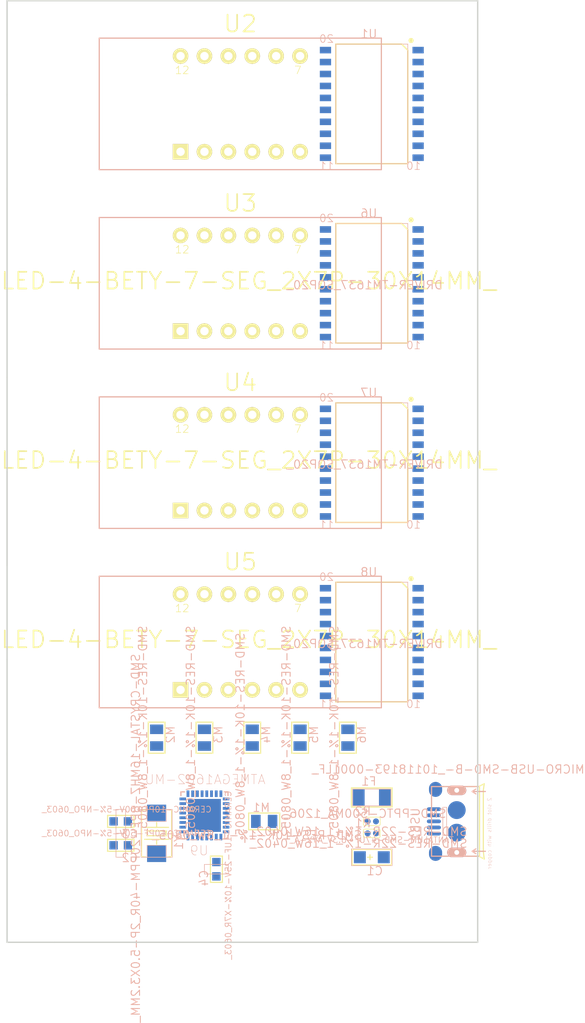
<source format=kicad_pcb>
(kicad_pcb (version 4) (host pcbnew 4.0.3-stable)

  (general
    (links 99)
    (no_connects 99)
    (area 119.924999 49.924999 170.075001 150.075001)
    (thickness 1.6)
    (drawings 13)
    (tracks 0)
    (zones 0)
    (modules 24)
    (nets 102)
  )

  (page A4)
  (layers
    (0 F.Cu signal)
    (31 B.Cu signal)
    (32 B.Adhes user)
    (33 F.Adhes user)
    (34 B.Paste user)
    (35 F.Paste user)
    (36 B.SilkS user)
    (37 F.SilkS user)
    (38 B.Mask user)
    (39 F.Mask user)
    (40 Dwgs.User user)
    (41 Cmts.User user)
    (42 Eco1.User user)
    (43 Eco2.User user)
    (44 Edge.Cuts user)
    (45 Margin user)
    (46 B.CrtYd user)
    (47 F.CrtYd user)
    (48 B.Fab user)
    (49 F.Fab user)
  )

  (setup
    (last_trace_width 0.25)
    (trace_clearance 0.2)
    (zone_clearance 0.508)
    (zone_45_only no)
    (trace_min 0.2)
    (segment_width 0.2)
    (edge_width 0.15)
    (via_size 0.6)
    (via_drill 0.4)
    (via_min_size 0.4)
    (via_min_drill 0.3)
    (uvia_size 0.3)
    (uvia_drill 0.1)
    (uvias_allowed no)
    (uvia_min_size 0.2)
    (uvia_min_drill 0.1)
    (pcb_text_width 0.3)
    (pcb_text_size 1.5 1.5)
    (mod_edge_width 0.15)
    (mod_text_size 1 1)
    (mod_text_width 0.15)
    (pad_size 1.524 1.524)
    (pad_drill 0.762)
    (pad_to_mask_clearance 0.2)
    (aux_axis_origin 0 0)
    (visible_elements 7FFFF7FF)
    (pcbplotparams
      (layerselection 0x00030_80000001)
      (usegerberextensions false)
      (excludeedgelayer true)
      (linewidth 0.100000)
      (plotframeref false)
      (viasonmask false)
      (mode 1)
      (useauxorigin false)
      (hpglpennumber 1)
      (hpglpenspeed 20)
      (hpglpendiameter 15)
      (hpglpenoverlay 2)
      (psnegative false)
      (psa4output false)
      (plotreference true)
      (plotvalue true)
      (plotinvisibletext false)
      (padsonsilk false)
      (subtractmaskfromsilk false)
      (outputformat 1)
      (mirror false)
      (drillshape 1)
      (scaleselection 1)
      (outputdirectory ""))
  )

  (net 0 "")
  (net 1 "Net-(U1-Pad11)")
  (net 2 VCC)
  (net 3 GND)
  (net 4 "Net-(C2-Pad2)")
  (net 5 "Net-(C3-Pad2)")
  (net 6 "Net-(F1-Pad1)")
  (net 7 CLK)
  (net 8 DATA1)
  (net 9 DATA2)
  (net 10 DATA3)
  (net 11 DATA4)
  (net 12 D+)
  (net 13 D-)
  (net 14 A1)
  (net 15 B1)
  (net 16 C1)
  (net 17 D1)
  (net 18 E1)
  (net 19 F1)
  (net 20 G1)
  (net 21 DP1)
  (net 22 "Net-(U1-Pad10)")
  (net 23 GR41)
  (net 24 GR31)
  (net 25 GR21)
  (net 26 GR11)
  (net 27 "Net-(U1-Pad19)")
  (net 28 "Net-(U1-Pad20)")
  (net 29 E2)
  (net 30 D2)
  (net 31 DP2)
  (net 32 C2)
  (net 33 G2)
  (net 34 GR42)
  (net 35 B2)
  (net 36 GR32)
  (net 37 GR22)
  (net 38 F2)
  (net 39 A2)
  (net 40 GR12)
  (net 41 E3)
  (net 42 D3)
  (net 43 DP3)
  (net 44 C3)
  (net 45 G3)
  (net 46 GR43)
  (net 47 B3)
  (net 48 GR33)
  (net 49 GR23)
  (net 50 F3)
  (net 51 A3)
  (net 52 GR13)
  (net 53 E4)
  (net 54 D4)
  (net 55 DP4)
  (net 56 C4)
  (net 57 G4)
  (net 58 GR44)
  (net 59 B4)
  (net 60 GR34)
  (net 61 GR24)
  (net 62 F4)
  (net 63 A4)
  (net 64 GR14)
  (net 65 "Net-(U6-Pad10)")
  (net 66 "Net-(U6-Pad11)")
  (net 67 "Net-(U6-Pad19)")
  (net 68 "Net-(U6-Pad20)")
  (net 69 "Net-(U7-Pad10)")
  (net 70 "Net-(U7-Pad11)")
  (net 71 "Net-(U7-Pad19)")
  (net 72 "Net-(U7-Pad20)")
  (net 73 "Net-(U8-Pad10)")
  (net 74 "Net-(U8-Pad11)")
  (net 75 "Net-(U8-Pad19)")
  (net 76 "Net-(U8-Pad20)")
  (net 77 "Net-(USB1-Pad4)")
  (net 78 "Net-(USB1-PadS1)")
  (net 79 "Net-(USB1-PadS2)")
  (net 80 "Net-(USB1-PadS3)")
  (net 81 "Net-(USB1-PadS5)")
  (net 82 "Net-(U9-Pad5)")
  (net 83 "Net-(U9-Pad11)")
  (net 84 "Net-(U9-Pad12)")
  (net 85 "Net-(U9-Pad13)")
  (net 86 "Net-(U9-Pad22)")
  (net 87 "Net-(U9-Pad23)")
  (net 88 "Net-(U9-Pad25)")
  (net 89 "Net-(U9-Pad26)")
  (net 90 "Net-(C4-Pad1)")
  (net 91 RESET)
  (net 92 "Net-(R1-Pad2)")
  (net 93 "Net-(R2-Pad2)")
  (net 94 "Net-(P1-Pad~)")
  (net 95 SCK)
  (net 96 MOSI)
  (net 97 MISO)
  (net 98 "Net-(P3-Pad~)")
  (net 99 "Net-(P5-Pad~)")
  (net 100 "Net-(P4-Pad~)")
  (net 101 "Net-(P6-Pad~)")

  (net_class Default "This is the default net class."
    (clearance 0.2)
    (trace_width 0.25)
    (via_dia 0.6)
    (via_drill 0.4)
    (uvia_dia 0.3)
    (uvia_drill 0.1)
    (add_net A1)
    (add_net A2)
    (add_net A3)
    (add_net A4)
    (add_net B1)
    (add_net B2)
    (add_net B3)
    (add_net B4)
    (add_net C1)
    (add_net C2)
    (add_net C3)
    (add_net C4)
    (add_net CLK)
    (add_net D+)
    (add_net D-)
    (add_net D1)
    (add_net D2)
    (add_net D3)
    (add_net D4)
    (add_net DATA1)
    (add_net DATA2)
    (add_net DATA3)
    (add_net DATA4)
    (add_net DP1)
    (add_net DP2)
    (add_net DP3)
    (add_net DP4)
    (add_net E1)
    (add_net E2)
    (add_net E3)
    (add_net E4)
    (add_net F1)
    (add_net F2)
    (add_net F3)
    (add_net F4)
    (add_net G1)
    (add_net G2)
    (add_net G3)
    (add_net G4)
    (add_net GND)
    (add_net GR11)
    (add_net GR12)
    (add_net GR13)
    (add_net GR14)
    (add_net GR21)
    (add_net GR22)
    (add_net GR23)
    (add_net GR24)
    (add_net GR31)
    (add_net GR32)
    (add_net GR33)
    (add_net GR34)
    (add_net GR41)
    (add_net GR42)
    (add_net GR43)
    (add_net GR44)
    (add_net MISO)
    (add_net MOSI)
    (add_net "Net-(C2-Pad2)")
    (add_net "Net-(C3-Pad2)")
    (add_net "Net-(C4-Pad1)")
    (add_net "Net-(F1-Pad1)")
    (add_net "Net-(P1-Pad~)")
    (add_net "Net-(P3-Pad~)")
    (add_net "Net-(P4-Pad~)")
    (add_net "Net-(P5-Pad~)")
    (add_net "Net-(P6-Pad~)")
    (add_net "Net-(R1-Pad2)")
    (add_net "Net-(R2-Pad2)")
    (add_net "Net-(U1-Pad10)")
    (add_net "Net-(U1-Pad11)")
    (add_net "Net-(U1-Pad19)")
    (add_net "Net-(U1-Pad20)")
    (add_net "Net-(U6-Pad10)")
    (add_net "Net-(U6-Pad11)")
    (add_net "Net-(U6-Pad19)")
    (add_net "Net-(U6-Pad20)")
    (add_net "Net-(U7-Pad10)")
    (add_net "Net-(U7-Pad11)")
    (add_net "Net-(U7-Pad19)")
    (add_net "Net-(U7-Pad20)")
    (add_net "Net-(U8-Pad10)")
    (add_net "Net-(U8-Pad11)")
    (add_net "Net-(U8-Pad19)")
    (add_net "Net-(U8-Pad20)")
    (add_net "Net-(U9-Pad11)")
    (add_net "Net-(U9-Pad12)")
    (add_net "Net-(U9-Pad13)")
    (add_net "Net-(U9-Pad22)")
    (add_net "Net-(U9-Pad23)")
    (add_net "Net-(U9-Pad25)")
    (add_net "Net-(U9-Pad26)")
    (add_net "Net-(U9-Pad5)")
    (add_net "Net-(USB1-Pad4)")
    (add_net "Net-(USB1-PadS1)")
    (add_net "Net-(USB1-PadS2)")
    (add_net "Net-(USB1-PadS3)")
    (add_net "Net-(USB1-PadS5)")
    (add_net RESET)
    (add_net SCK)
    (add_net VCC)
  )

  (module SOP20-1.27-12.7X7.65MM (layer B.Cu) (tedit 57A87F5D) (tstamp 57A75E58)
    (at 158.75 60.96 270)
    (path /57A746BE)
    (attr smd)
    (fp_text reference U1 (at -7.4295 0.3175 540) (layer B.SilkS)
      (effects (font (size 0.889 0.889) (thickness 0.1016)) (justify mirror))
    )
    (fp_text value DRIVER-TM1637_SOP20_ (at 0.1905 0.762 360) (layer B.SilkS) hide
      (effects (font (size 0.889 0.889) (thickness 0.1016)) (justify mirror))
    )
    (fp_line (start -6.35 -3.8227) (end 6.35 -3.8227) (layer B.SilkS) (width 0.06604))
    (fp_line (start 6.35 -3.8227) (end 6.35 3.8227) (layer B.SilkS) (width 0.06604))
    (fp_line (start -6.35 3.8227) (end 6.35 3.8227) (layer B.SilkS) (width 0.06604))
    (fp_line (start -6.35 -3.8227) (end -6.35 3.8227) (layer B.SilkS) (width 0.06604))
    (fp_line (start -6.35 3.8227) (end -6.35 -3.175) (layer F.SilkS) (width 0.1524))
    (fp_line (start -6.35 -3.175) (end -5.69976 -3.8227) (layer F.SilkS) (width 0.1524))
    (fp_line (start -5.69976 -3.8227) (end 6.35 -3.8227) (layer F.SilkS) (width 0.1524))
    (fp_line (start 6.35 -3.8227) (end 6.35 3.8227) (layer F.SilkS) (width 0.1524))
    (fp_line (start 6.35 3.8227) (end -6.35 3.8227) (layer F.SilkS) (width 0.1524))
    (fp_circle (center -6.73354 -4.17322) (end -6.92404 -4.36372) (layer F.SilkS) (width 0))
    (fp_text user 20 (at -6.90626 4.81076 540) (layer B.SilkS)
      (effects (font (size 0.8128 0.8128) (thickness 0.0762)) (justify mirror))
    )
    (fp_text user 11 (at 6.5913 4.81076 540) (layer B.SilkS)
      (effects (font (size 0.8128 0.8128) (thickness 0.0762)) (justify mirror))
    )
    (fp_text user 10 (at 6.5913 -4.43484 540) (layer B.SilkS)
      (effects (font (size 0.8128 0.8128) (thickness 0.0762)) (justify mirror))
    )
    (pad 1 smd rect (at -5.715 -4.92252 270) (size 0.6985 1.19888) (layers B.Cu B.Paste B.Mask)
      (net 3 GND))
    (pad 2 smd rect (at -4.445 -4.92252 270) (size 0.6985 1.19888) (layers B.Cu B.Paste B.Mask)
      (net 14 A1))
    (pad 3 smd rect (at -3.175 -4.92252 270) (size 0.6985 1.19888) (layers B.Cu B.Paste B.Mask)
      (net 15 B1))
    (pad 4 smd rect (at -1.905 -4.92252 270) (size 0.6985 1.19888) (layers B.Cu B.Paste B.Mask)
      (net 16 C1))
    (pad 5 smd rect (at -0.635 -4.92252 270) (size 0.6985 1.19888) (layers B.Cu B.Paste B.Mask)
      (net 17 D1))
    (pad 6 smd rect (at 0.635 -4.92252 270) (size 0.6985 1.19888) (layers B.Cu B.Paste B.Mask)
      (net 18 E1))
    (pad 7 smd rect (at 1.905 -4.92252 270) (size 0.6985 1.19888) (layers B.Cu B.Paste B.Mask)
      (net 19 F1))
    (pad 8 smd rect (at 3.175 -4.92252 270) (size 0.6985 1.19888) (layers B.Cu B.Paste B.Mask)
      (net 20 G1))
    (pad 9 smd rect (at 4.445 -4.92252 270) (size 0.6985 1.19888) (layers B.Cu B.Paste B.Mask)
      (net 21 DP1))
    (pad 10 smd rect (at 5.715 -4.92252 270) (size 0.6985 1.19888) (layers B.Cu B.Paste B.Mask)
      (net 22 "Net-(U1-Pad10)"))
    (pad 11 smd rect (at 5.715 4.92252 270) (size 0.6985 1.19888) (layers B.Cu B.Paste B.Mask)
      (net 1 "Net-(U1-Pad11)"))
    (pad 12 smd rect (at 4.445 4.92252 270) (size 0.6985 1.19888) (layers B.Cu B.Paste B.Mask)
      (net 23 GR41))
    (pad 13 smd rect (at 3.175 4.92252 270) (size 0.6985 1.19888) (layers B.Cu B.Paste B.Mask)
      (net 24 GR31))
    (pad 14 smd rect (at 1.905 4.92252 270) (size 0.6985 1.19888) (layers B.Cu B.Paste B.Mask)
      (net 25 GR21))
    (pad 15 smd rect (at 0.635 4.92252 270) (size 0.6985 1.19888) (layers B.Cu B.Paste B.Mask)
      (net 26 GR11))
    (pad 16 smd rect (at -0.635 4.92252 270) (size 0.6985 1.19888) (layers B.Cu B.Paste B.Mask)
      (net 2 VCC))
    (pad 17 smd rect (at -1.905 4.92252 270) (size 0.6985 1.19888) (layers B.Cu B.Paste B.Mask)
      (net 8 DATA1))
    (pad 18 smd rect (at -3.175 4.92252 270) (size 0.6985 1.19888) (layers B.Cu B.Paste B.Mask)
      (net 7 CLK))
    (pad 19 smd rect (at -4.445 4.92252 270) (size 0.6985 1.19888) (layers B.Cu B.Paste B.Mask)
      (net 27 "Net-(U1-Pad19)"))
    (pad 20 smd rect (at -5.715 4.92252 270) (size 0.6985 1.19888) (layers B.Cu B.Paste B.Mask)
      (net 28 "Net-(U1-Pad20)"))
  )

  (module AVX-A (layer B.Cu) (tedit 200000) (tstamp 57A84AA1)
    (at 158.75 140.97)
    (path /57A75B0B)
    (attr smd)
    (fp_text reference C1 (at 0.3175 1.4605) (layer B.SilkS)
      (effects (font (size 0.889 0.889) (thickness 0.1016)) (justify mirror))
    )
    (fp_text value TANTALUM-SMD-47UF-6.3V_AVX-A_ (at 0 -1.8415) (layer B.SilkS)
      (effects (font (size 0.635 0.635) (thickness 0.0762)) (justify mirror))
    )
    (fp_line (start -2.159 -0.889) (end 2.159 -0.889) (layer B.SilkS) (width 0.06604))
    (fp_line (start 2.159 -0.889) (end 2.159 0.889) (layer B.SilkS) (width 0.06604))
    (fp_line (start -2.159 0.889) (end 2.159 0.889) (layer B.SilkS) (width 0.06604))
    (fp_line (start -2.159 -0.889) (end -2.159 0.889) (layer B.SilkS) (width 0.06604))
    (fp_line (start -2.0955 0.8255) (end 2.0955 0.8255) (layer F.SilkS) (width 0.127))
    (fp_line (start 2.0955 0.8255) (end 2.0955 -0.8255) (layer F.SilkS) (width 0.127))
    (fp_line (start 2.0955 -0.8255) (end -2.0955 -0.8255) (layer F.SilkS) (width 0.127))
    (fp_line (start -2.0955 -0.8255) (end -2.0955 0.8255) (layer F.SilkS) (width 0.127))
    (fp_line (start -0.4445 0) (end 0.0635 0) (layer F.SilkS) (width 0.127))
    (fp_line (start -0.1905 -0.254) (end -0.1905 0.254) (layer F.SilkS) (width 0.127))
    (pad + smd rect (at -1.27 0) (size 1.27 1.27) (layers B.Cu B.Paste B.Mask)
      (net 2 VCC))
    (pad - smd rect (at 1.27 0 180) (size 1.27 1.27) (layers B.Cu B.Paste B.Mask)
      (net 3 GND))
  )

  (module C0603 (layer B.Cu) (tedit 200000) (tstamp 57A84AA7)
    (at 132.08 139.7 270)
    (descr 0603)
    (tags 0603)
    (path /57A79E61)
    (attr smd)
    (fp_text reference C2 (at 1.3335 -0.9525 360) (layer B.SilkS)
      (effects (font (size 0.889 0.889) (thickness 0.1016)) (justify mirror))
    )
    (fp_text value CERAMIC-10PF-50V-5%-NPO_0603_ (at -1.27 -0.635 360) (layer B.SilkS)
      (effects (font (size 0.635 0.635) (thickness 0.0762)) (justify mirror))
    )
    (fp_line (start -1.27 -0.508) (end 1.27 -0.508) (layer B.SilkS) (width 0.06604))
    (fp_line (start 1.27 -0.508) (end 1.27 0.508) (layer B.SilkS) (width 0.06604))
    (fp_line (start -1.27 0.508) (end 1.27 0.508) (layer B.SilkS) (width 0.06604))
    (fp_line (start -1.27 -0.508) (end -1.27 0.508) (layer B.SilkS) (width 0.06604))
    (fp_line (start 0.635 1.397) (end 0.635 -1.397) (layer F.SilkS) (width 0.127))
    (fp_line (start 0.635 -1.397) (end -0.635 -1.397) (layer F.SilkS) (width 0.127))
    (fp_line (start -0.635 -1.397) (end -0.635 1.397) (layer F.SilkS) (width 0.127))
    (fp_line (start -0.635 1.397) (end 0.635 1.397) (layer F.SilkS) (width 0.127))
    (pad 1 smd rect (at 0 0.762) (size 0.889 0.889) (layers B.Cu B.Paste B.Mask)
      (net 3 GND))
    (pad 2 smd rect (at 0 -0.762) (size 0.889 0.889) (layers B.Cu B.Paste B.Mask)
      (net 4 "Net-(C2-Pad2)"))
  )

  (module C0603 (layer B.Cu) (tedit 200000) (tstamp 57A84AAD)
    (at 132.08 137.16 270)
    (descr 0603)
    (tags 0603)
    (path /57A79F31)
    (attr smd)
    (fp_text reference C3 (at 1.3335 -0.9525 360) (layer B.SilkS)
      (effects (font (size 0.889 0.889) (thickness 0.1016)) (justify mirror))
    )
    (fp_text value CERAMIC-10PF-50V-5%-NPO_0603_ (at -1.27 -0.635 360) (layer B.SilkS)
      (effects (font (size 0.635 0.635) (thickness 0.0762)) (justify mirror))
    )
    (fp_line (start -1.27 -0.508) (end 1.27 -0.508) (layer B.SilkS) (width 0.06604))
    (fp_line (start 1.27 -0.508) (end 1.27 0.508) (layer B.SilkS) (width 0.06604))
    (fp_line (start -1.27 0.508) (end 1.27 0.508) (layer B.SilkS) (width 0.06604))
    (fp_line (start -1.27 -0.508) (end -1.27 0.508) (layer B.SilkS) (width 0.06604))
    (fp_line (start 0.635 1.397) (end 0.635 -1.397) (layer F.SilkS) (width 0.127))
    (fp_line (start 0.635 -1.397) (end -0.635 -1.397) (layer F.SilkS) (width 0.127))
    (fp_line (start -0.635 -1.397) (end -0.635 1.397) (layer F.SilkS) (width 0.127))
    (fp_line (start -0.635 1.397) (end 0.635 1.397) (layer F.SilkS) (width 0.127))
    (pad 1 smd rect (at 0 0.762) (size 0.889 0.889) (layers B.Cu B.Paste B.Mask)
      (net 3 GND))
    (pad 2 smd rect (at 0 -0.762) (size 0.889 0.889) (layers B.Cu B.Paste B.Mask)
      (net 5 "Net-(C3-Pad2)"))
  )

  (module C0603 (layer B.Cu) (tedit 200000) (tstamp 57A84AB3)
    (at 142.24 142.24 180)
    (descr 0603)
    (tags 0603)
    (path /57A8B289)
    (attr smd)
    (fp_text reference C4 (at 1.3335 -0.9525 270) (layer B.SilkS)
      (effects (font (size 0.889 0.889) (thickness 0.1016)) (justify mirror))
    )
    (fp_text value CERAMIC-1UF-25V-10%-X7R_0603_ (at -1.27 -0.635 270) (layer B.SilkS)
      (effects (font (size 0.635 0.635) (thickness 0.0762)) (justify mirror))
    )
    (fp_line (start -1.27 -0.508) (end 1.27 -0.508) (layer B.SilkS) (width 0.06604))
    (fp_line (start 1.27 -0.508) (end 1.27 0.508) (layer B.SilkS) (width 0.06604))
    (fp_line (start -1.27 0.508) (end 1.27 0.508) (layer B.SilkS) (width 0.06604))
    (fp_line (start -1.27 -0.508) (end -1.27 0.508) (layer B.SilkS) (width 0.06604))
    (fp_line (start 0.635 1.397) (end 0.635 -1.397) (layer F.SilkS) (width 0.127))
    (fp_line (start 0.635 -1.397) (end -0.635 -1.397) (layer F.SilkS) (width 0.127))
    (fp_line (start -0.635 -1.397) (end -0.635 1.397) (layer F.SilkS) (width 0.127))
    (fp_line (start -0.635 1.397) (end 0.635 1.397) (layer F.SilkS) (width 0.127))
    (pad 1 smd rect (at 0 0.762 270) (size 0.889 0.889) (layers B.Cu B.Paste B.Mask)
      (net 90 "Net-(C4-Pad1)"))
    (pad 2 smd rect (at 0 -0.762 270) (size 0.889 0.889) (layers B.Cu B.Paste B.Mask)
      (net 3 GND))
  )

  (module F1206 (layer B.Cu) (tedit 200000) (tstamp 57A84AB9)
    (at 158.75 134.62 180)
    (path /57A75A12)
    (attr smd)
    (fp_text reference F1 (at 0.3175 1.7145 180) (layer B.SilkS)
      (effects (font (size 0.889 0.889) (thickness 0.1016)) (justify mirror))
    )
    (fp_text value SMD-PPTC-500MA_1206_ (at 0.762 -1.7145 180) (layer B.SilkS)
      (effects (font (size 0.889 0.889) (thickness 0.1016)) (justify mirror))
    )
    (fp_line (start -2.032 -0.889) (end 2.032 -0.889) (layer B.SilkS) (width 0.06604))
    (fp_line (start 2.032 -0.889) (end 2.032 0.889) (layer B.SilkS) (width 0.06604))
    (fp_line (start -2.032 0.889) (end 2.032 0.889) (layer B.SilkS) (width 0.06604))
    (fp_line (start -2.032 -0.889) (end -2.032 0.889) (layer B.SilkS) (width 0.06604))
    (fp_line (start -2.159 1.016) (end 2.159 1.016) (layer F.SilkS) (width 0.127))
    (fp_line (start 2.159 1.016) (end 2.159 -1.016) (layer F.SilkS) (width 0.127))
    (fp_line (start 2.159 -1.016) (end -2.159 -1.016) (layer F.SilkS) (width 0.127))
    (fp_line (start -2.159 -1.016) (end -2.159 1.016) (layer F.SilkS) (width 0.127))
    (pad 1 smd rect (at -1.397 0 180) (size 1.27 1.778) (layers B.Cu B.Paste B.Mask)
      (net 6 "Net-(F1-Pad1)"))
    (pad 2 smd rect (at 1.397 0 180) (size 1.27 1.778) (layers B.Cu B.Paste B.Mask)
      (net 2 VCC))
  )

  (module R0805 (layer B.Cu) (tedit 200000) (tstamp 57A84ABF)
    (at 147.32 137.16 90)
    (path /57A91085)
    (attr smd)
    (fp_text reference M1 (at 1.4605 -0.3175 180) (layer B.SilkS)
      (effects (font (size 0.889 0.889) (thickness 0.1016)) (justify mirror))
    )
    (fp_text value SMD-RES-10K-1%-1_8W_0805_ (at -1.4605 -0.762 180) (layer B.SilkS)
      (effects (font (size 0.889 0.889) (thickness 0.1016)) (justify mirror))
    )
    (fp_line (start 0.889 -1.651) (end -0.889 -1.651) (layer F.SilkS) (width 0.127))
    (fp_line (start -0.889 -1.651) (end -0.889 1.651) (layer F.SilkS) (width 0.127))
    (fp_line (start -0.889 1.651) (end 0.889 1.651) (layer F.SilkS) (width 0.127))
    (fp_line (start 0.889 1.651) (end 0.889 -1.651) (layer F.SilkS) (width 0.127))
    (pad 1 smd rect (at 0 0.889 180) (size 1.016 1.397) (layers B.Cu B.Paste B.Mask)
      (net 2 VCC))
    (pad 2 smd rect (at 0 -0.889 180) (size 1.016 1.397) (layers B.Cu B.Paste B.Mask)
      (net 91 RESET))
  )

  (module R0805 (layer B.Cu) (tedit 200000) (tstamp 57A84AC5)
    (at 135.89 128.27)
    (path /57A905C5)
    (attr smd)
    (fp_text reference M2 (at 1.4605 -0.3175 90) (layer B.SilkS)
      (effects (font (size 0.889 0.889) (thickness 0.1016)) (justify mirror))
    )
    (fp_text value SMD-RES-10K-1%-1_8W_0805_ (at -1.4605 -0.762 90) (layer B.SilkS)
      (effects (font (size 0.889 0.889) (thickness 0.1016)) (justify mirror))
    )
    (fp_line (start 0.889 -1.651) (end -0.889 -1.651) (layer F.SilkS) (width 0.127))
    (fp_line (start -0.889 -1.651) (end -0.889 1.651) (layer F.SilkS) (width 0.127))
    (fp_line (start -0.889 1.651) (end 0.889 1.651) (layer F.SilkS) (width 0.127))
    (fp_line (start 0.889 1.651) (end 0.889 -1.651) (layer F.SilkS) (width 0.127))
    (pad 1 smd rect (at 0 0.889 90) (size 1.016 1.397) (layers B.Cu B.Paste B.Mask)
      (net 7 CLK))
    (pad 2 smd rect (at 0 -0.889 90) (size 1.016 1.397) (layers B.Cu B.Paste B.Mask)
      (net 2 VCC))
  )

  (module R0805 (layer B.Cu) (tedit 200000) (tstamp 57A84ACB)
    (at 140.97 128.27)
    (path /57A90729)
    (attr smd)
    (fp_text reference M3 (at 1.4605 -0.3175 90) (layer B.SilkS)
      (effects (font (size 0.889 0.889) (thickness 0.1016)) (justify mirror))
    )
    (fp_text value SMD-RES-10K-1%-1_8W_0805_ (at -1.4605 -0.762 90) (layer B.SilkS)
      (effects (font (size 0.889 0.889) (thickness 0.1016)) (justify mirror))
    )
    (fp_line (start 0.889 -1.651) (end -0.889 -1.651) (layer F.SilkS) (width 0.127))
    (fp_line (start -0.889 -1.651) (end -0.889 1.651) (layer F.SilkS) (width 0.127))
    (fp_line (start -0.889 1.651) (end 0.889 1.651) (layer F.SilkS) (width 0.127))
    (fp_line (start 0.889 1.651) (end 0.889 -1.651) (layer F.SilkS) (width 0.127))
    (pad 1 smd rect (at 0 0.889 90) (size 1.016 1.397) (layers B.Cu B.Paste B.Mask)
      (net 8 DATA1))
    (pad 2 smd rect (at 0 -0.889 90) (size 1.016 1.397) (layers B.Cu B.Paste B.Mask)
      (net 2 VCC))
  )

  (module R0805 (layer B.Cu) (tedit 57B87B00) (tstamp 57A84AD1)
    (at 146.05 128.27)
    (path /57A910F4)
    (attr smd)
    (fp_text reference M4 (at 1.4605 -0.3175 90) (layer B.SilkS)
      (effects (font (size 0.889 0.889) (thickness 0.1016)) (justify mirror))
    )
    (fp_text value SMD-RES-10K-1%-1_8W_0805_ (at -1.27 0 90) (layer B.SilkS)
      (effects (font (size 0.889 0.889) (thickness 0.1016)) (justify mirror))
    )
    (fp_line (start 0.889 -1.651) (end -0.889 -1.651) (layer F.SilkS) (width 0.127))
    (fp_line (start -0.889 -1.651) (end -0.889 1.651) (layer F.SilkS) (width 0.127))
    (fp_line (start -0.889 1.651) (end 0.889 1.651) (layer F.SilkS) (width 0.127))
    (fp_line (start 0.889 1.651) (end 0.889 -1.651) (layer F.SilkS) (width 0.127))
    (pad 1 smd rect (at 0 0.889 90) (size 1.016 1.397) (layers B.Cu B.Paste B.Mask)
      (net 9 DATA2))
    (pad 2 smd rect (at 0 -0.889 90) (size 1.016 1.397) (layers B.Cu B.Paste B.Mask)
      (net 2 VCC))
  )

  (module R0805 (layer B.Cu) (tedit 200000) (tstamp 57A84AD7)
    (at 151.13 128.27)
    (path /57A91150)
    (attr smd)
    (fp_text reference M5 (at 1.4605 -0.3175 90) (layer B.SilkS)
      (effects (font (size 0.889 0.889) (thickness 0.1016)) (justify mirror))
    )
    (fp_text value SMD-RES-10K-1%-1_8W_0805_ (at -1.4605 -0.762 90) (layer B.SilkS)
      (effects (font (size 0.889 0.889) (thickness 0.1016)) (justify mirror))
    )
    (fp_line (start 0.889 -1.651) (end -0.889 -1.651) (layer F.SilkS) (width 0.127))
    (fp_line (start -0.889 -1.651) (end -0.889 1.651) (layer F.SilkS) (width 0.127))
    (fp_line (start -0.889 1.651) (end 0.889 1.651) (layer F.SilkS) (width 0.127))
    (fp_line (start 0.889 1.651) (end 0.889 -1.651) (layer F.SilkS) (width 0.127))
    (pad 1 smd rect (at 0 0.889 90) (size 1.016 1.397) (layers B.Cu B.Paste B.Mask)
      (net 10 DATA3))
    (pad 2 smd rect (at 0 -0.889 90) (size 1.016 1.397) (layers B.Cu B.Paste B.Mask)
      (net 2 VCC))
  )

  (module R0805 (layer B.Cu) (tedit 200000) (tstamp 57A84ADD)
    (at 156.21 128.27)
    (path /57A911A7)
    (attr smd)
    (fp_text reference M6 (at 1.4605 -0.3175 90) (layer B.SilkS)
      (effects (font (size 0.889 0.889) (thickness 0.1016)) (justify mirror))
    )
    (fp_text value SMD-RES-10K-1%-1_8W_0805_ (at -1.4605 -0.762 90) (layer B.SilkS)
      (effects (font (size 0.889 0.889) (thickness 0.1016)) (justify mirror))
    )
    (fp_line (start 0.889 -1.651) (end -0.889 -1.651) (layer F.SilkS) (width 0.127))
    (fp_line (start -0.889 -1.651) (end -0.889 1.651) (layer F.SilkS) (width 0.127))
    (fp_line (start -0.889 1.651) (end 0.889 1.651) (layer F.SilkS) (width 0.127))
    (fp_line (start 0.889 1.651) (end 0.889 -1.651) (layer F.SilkS) (width 0.127))
    (pad 1 smd rect (at 0 0.889 90) (size 1.016 1.397) (layers B.Cu B.Paste B.Mask)
      (net 11 DATA4))
    (pad 2 smd rect (at 0 -0.889 90) (size 1.016 1.397) (layers B.Cu B.Paste B.Mask)
      (net 2 VCC))
  )

  (module R0402 (layer B.Cu) (tedit 200000) (tstamp 57A84AE3)
    (at 158.75 138.43 90)
    (path /57A76353)
    (attr smd)
    (fp_text reference R1 (at 1.0795 -0.9525 180) (layer B.SilkS)
      (effects (font (size 0.889 0.889) (thickness 0.1016)) (justify mirror))
    )
    (fp_text value SMD-RES-22R-1%-1_16W_0402_ (at -1.0795 -1.397 180) (layer B.SilkS)
      (effects (font (size 0.889 0.889) (thickness 0.1016)) (justify mirror))
    )
    (fp_line (start -0.3175 0.889) (end 0.3175 0.889) (layer F.SilkS) (width 0.0762))
    (fp_line (start 0.4445 0.762) (end 0.4445 -0.762) (layer F.SilkS) (width 0.0762))
    (fp_line (start 0.3175 -0.889) (end -0.3175 -0.889) (layer F.SilkS) (width 0.0762))
    (fp_line (start -0.4445 -0.762) (end -0.4445 0.762) (layer F.SilkS) (width 0.0762))
    (fp_arc (start -0.3175 0.762) (end -0.4445 0.762) (angle -90) (layer F.SilkS) (width 0.0762))
    (fp_arc (start 0.3175 0.762) (end 0.3175 0.889) (angle -90) (layer F.SilkS) (width 0.0762))
    (fp_arc (start 0.3175 -0.762) (end 0.4445 -0.762) (angle -90) (layer F.SilkS) (width 0.0762))
    (fp_arc (start -0.3175 -0.762) (end -0.3175 -0.889) (angle -90) (layer F.SilkS) (width 0.0762))
    (pad 1 smd circle (at 0 0.4445 180) (size 0.635 0.635) (layers B.Cu B.Paste B.Mask)
      (net 12 D+))
    (pad 2 smd circle (at 0 -0.4445 180) (size 0.635 0.635) (layers B.Cu B.Paste B.Mask)
      (net 92 "Net-(R1-Pad2)"))
  )

  (module R0402 (layer B.Cu) (tedit 200000) (tstamp 57A84AE9)
    (at 158.75 137.16 90)
    (path /57A7613C)
    (attr smd)
    (fp_text reference R2 (at 1.0795 -0.9525 180) (layer B.SilkS)
      (effects (font (size 0.889 0.889) (thickness 0.1016)) (justify mirror))
    )
    (fp_text value SMD-RES-22R-1%-1_16W_0402_ (at -1.0795 -1.397 180) (layer B.SilkS)
      (effects (font (size 0.889 0.889) (thickness 0.1016)) (justify mirror))
    )
    (fp_line (start -0.3175 0.889) (end 0.3175 0.889) (layer F.SilkS) (width 0.0762))
    (fp_line (start 0.4445 0.762) (end 0.4445 -0.762) (layer F.SilkS) (width 0.0762))
    (fp_line (start 0.3175 -0.889) (end -0.3175 -0.889) (layer F.SilkS) (width 0.0762))
    (fp_line (start -0.4445 -0.762) (end -0.4445 0.762) (layer F.SilkS) (width 0.0762))
    (fp_arc (start -0.3175 0.762) (end -0.4445 0.762) (angle -90) (layer F.SilkS) (width 0.0762))
    (fp_arc (start 0.3175 0.762) (end 0.3175 0.889) (angle -90) (layer F.SilkS) (width 0.0762))
    (fp_arc (start 0.3175 -0.762) (end 0.4445 -0.762) (angle -90) (layer F.SilkS) (width 0.0762))
    (fp_arc (start -0.3175 -0.762) (end -0.3175 -0.889) (angle -90) (layer F.SilkS) (width 0.0762))
    (pad 1 smd circle (at 0 0.4445 180) (size 0.635 0.635) (layers B.Cu B.Paste B.Mask)
      (net 13 D-))
    (pad 2 smd circle (at 0 -0.4445 180) (size 0.635 0.635) (layers B.Cu B.Paste B.Mask)
      (net 93 "Net-(R2-Pad2)"))
  )

  (module LCD12-2.54-30.0X14.0X7.3MM locked (layer F.Cu) (tedit 57A87DEB) (tstamp 57A84AF9)
    (at 144.78 60.96)
    (path /57A779DC)
    (attr virtual)
    (fp_text reference U2 (at 0 -8.509) (layer F.SilkS)
      (effects (font (size 1.778 1.778) (thickness 0.1778)))
    )
    (fp_text value LED-4-BETY-7-SEG_2X7P-30X14MM_ (at 0.889 -0.254) (layer F.SilkS) hide
      (effects (font (size 1.778 1.778) (thickness 0.1778)))
    )
    (fp_line (start -14.986 6.985) (end 14.986 6.985) (layer F.SilkS) (width 0.06604))
    (fp_line (start 14.986 6.985) (end 14.986 -6.985) (layer F.SilkS) (width 0.06604))
    (fp_line (start -14.986 -6.985) (end 14.986 -6.985) (layer F.SilkS) (width 0.06604))
    (fp_line (start -14.986 6.985) (end -14.986 -6.985) (layer F.SilkS) (width 0.06604))
    (fp_line (start -14.986 -6.985) (end 14.986 -6.985) (layer B.SilkS) (width 0.127))
    (fp_line (start 14.986 -6.985) (end 14.986 6.985) (layer B.SilkS) (width 0.127))
    (fp_line (start 14.986 6.985) (end -14.986 6.985) (layer B.SilkS) (width 0.127))
    (fp_line (start -14.986 6.985) (end -14.986 -6.985) (layer B.SilkS) (width 0.127))
    (fp_text user 7 (at 6.1214 -3.57886) (layer F.SilkS)
      (effects (font (size 0.8128 0.8128) (thickness 0.0762)))
    )
    (fp_text user 12 (at -6.1722 -3.57886) (layer F.SilkS)
      (effects (font (size 0.8128 0.8128) (thickness 0.0762)))
    )
    (pad 1 thru_hole rect (at -6.35 5.08) (size 1.651 1.651) (drill 0.889) (layers *.Cu F.Paste F.SilkS F.Mask)
      (net 18 E1))
    (pad 2 thru_hole circle (at -3.81 5.08) (size 1.651 1.651) (drill 0.889) (layers *.Cu F.Paste F.SilkS F.Mask)
      (net 17 D1))
    (pad 3 thru_hole circle (at -1.27 5.08) (size 1.651 1.651) (drill 0.889) (layers *.Cu F.Paste F.SilkS F.Mask)
      (net 21 DP1))
    (pad 4 thru_hole circle (at 1.27 5.08) (size 1.651 1.651) (drill 0.889) (layers *.Cu F.Paste F.SilkS F.Mask)
      (net 16 C1))
    (pad 5 thru_hole circle (at 3.81 5.08) (size 1.651 1.651) (drill 0.889) (layers *.Cu F.Paste F.SilkS F.Mask)
      (net 20 G1))
    (pad 6 thru_hole circle (at 6.35 5.08) (size 1.651 1.651) (drill 0.889) (layers *.Cu F.Paste F.SilkS F.Mask)
      (net 23 GR41))
    (pad 7 thru_hole circle (at 6.35 -5.08) (size 1.651 1.651) (drill 0.889) (layers *.Cu F.Paste F.SilkS F.Mask)
      (net 15 B1))
    (pad 8 thru_hole circle (at 3.81 -5.08) (size 1.651 1.651) (drill 0.889) (layers *.Cu F.Paste F.SilkS F.Mask)
      (net 24 GR31))
    (pad 9 thru_hole circle (at 1.27 -5.08) (size 1.651 1.651) (drill 0.889) (layers *.Cu F.Paste F.SilkS F.Mask)
      (net 25 GR21))
    (pad 10 thru_hole circle (at -1.27 -5.08) (size 1.651 1.651) (drill 0.889) (layers *.Cu F.Paste F.SilkS F.Mask)
      (net 19 F1))
    (pad 11 thru_hole circle (at -3.81 -5.08) (size 1.651 1.651) (drill 0.889) (layers *.Cu F.Paste F.SilkS F.Mask)
      (net 14 A1))
    (pad 12 thru_hole circle (at -6.35 -5.08) (size 1.651 1.651) (drill 0.889) (layers *.Cu F.Paste F.SilkS F.Mask)
      (net 26 GR11))
  )

  (module LCD12-2.54-30.0X14.0X7.3MM locked (layer F.Cu) (tedit 200000) (tstamp 57A84B09)
    (at 144.78 80.01)
    (path /57A77A45)
    (attr virtual)
    (fp_text reference U3 (at 0 -8.509) (layer F.SilkS)
      (effects (font (size 1.778 1.778) (thickness 0.1778)))
    )
    (fp_text value LED-4-BETY-7-SEG_2X7P-30X14MM_ (at 0.889 -0.254) (layer F.SilkS)
      (effects (font (size 1.778 1.778) (thickness 0.1778)))
    )
    (fp_line (start -14.986 6.985) (end 14.986 6.985) (layer F.SilkS) (width 0.06604))
    (fp_line (start 14.986 6.985) (end 14.986 -6.985) (layer F.SilkS) (width 0.06604))
    (fp_line (start -14.986 -6.985) (end 14.986 -6.985) (layer F.SilkS) (width 0.06604))
    (fp_line (start -14.986 6.985) (end -14.986 -6.985) (layer F.SilkS) (width 0.06604))
    (fp_line (start -14.986 -6.985) (end 14.986 -6.985) (layer B.SilkS) (width 0.127))
    (fp_line (start 14.986 -6.985) (end 14.986 6.985) (layer B.SilkS) (width 0.127))
    (fp_line (start 14.986 6.985) (end -14.986 6.985) (layer B.SilkS) (width 0.127))
    (fp_line (start -14.986 6.985) (end -14.986 -6.985) (layer B.SilkS) (width 0.127))
    (fp_text user 7 (at 6.1214 -3.57886) (layer F.SilkS)
      (effects (font (size 0.8128 0.8128) (thickness 0.0762)))
    )
    (fp_text user 12 (at -6.1722 -3.57886) (layer F.SilkS)
      (effects (font (size 0.8128 0.8128) (thickness 0.0762)))
    )
    (pad 1 thru_hole rect (at -6.35 5.08) (size 1.651 1.651) (drill 0.889) (layers *.Cu F.Paste F.SilkS F.Mask)
      (net 29 E2))
    (pad 2 thru_hole circle (at -3.81 5.08) (size 1.651 1.651) (drill 0.889) (layers *.Cu F.Paste F.SilkS F.Mask)
      (net 30 D2))
    (pad 3 thru_hole circle (at -1.27 5.08) (size 1.651 1.651) (drill 0.889) (layers *.Cu F.Paste F.SilkS F.Mask)
      (net 31 DP2))
    (pad 4 thru_hole circle (at 1.27 5.08) (size 1.651 1.651) (drill 0.889) (layers *.Cu F.Paste F.SilkS F.Mask)
      (net 32 C2))
    (pad 5 thru_hole circle (at 3.81 5.08) (size 1.651 1.651) (drill 0.889) (layers *.Cu F.Paste F.SilkS F.Mask)
      (net 33 G2))
    (pad 6 thru_hole circle (at 6.35 5.08) (size 1.651 1.651) (drill 0.889) (layers *.Cu F.Paste F.SilkS F.Mask)
      (net 34 GR42))
    (pad 7 thru_hole circle (at 6.35 -5.08) (size 1.651 1.651) (drill 0.889) (layers *.Cu F.Paste F.SilkS F.Mask)
      (net 35 B2))
    (pad 8 thru_hole circle (at 3.81 -5.08) (size 1.651 1.651) (drill 0.889) (layers *.Cu F.Paste F.SilkS F.Mask)
      (net 36 GR32))
    (pad 9 thru_hole circle (at 1.27 -5.08) (size 1.651 1.651) (drill 0.889) (layers *.Cu F.Paste F.SilkS F.Mask)
      (net 37 GR22))
    (pad 10 thru_hole circle (at -1.27 -5.08) (size 1.651 1.651) (drill 0.889) (layers *.Cu F.Paste F.SilkS F.Mask)
      (net 38 F2))
    (pad 11 thru_hole circle (at -3.81 -5.08) (size 1.651 1.651) (drill 0.889) (layers *.Cu F.Paste F.SilkS F.Mask)
      (net 39 A2))
    (pad 12 thru_hole circle (at -6.35 -5.08) (size 1.651 1.651) (drill 0.889) (layers *.Cu F.Paste F.SilkS F.Mask)
      (net 40 GR12))
  )

  (module LCD12-2.54-30.0X14.0X7.3MM locked (layer F.Cu) (tedit 200000) (tstamp 57A84B19)
    (at 144.78 99.06)
    (path /57A77B44)
    (attr virtual)
    (fp_text reference U4 (at 0 -8.509) (layer F.SilkS)
      (effects (font (size 1.778 1.778) (thickness 0.1778)))
    )
    (fp_text value LED-4-BETY-7-SEG_2X7P-30X14MM_ (at 0.889 -0.254) (layer F.SilkS)
      (effects (font (size 1.778 1.778) (thickness 0.1778)))
    )
    (fp_line (start -14.986 6.985) (end 14.986 6.985) (layer F.SilkS) (width 0.06604))
    (fp_line (start 14.986 6.985) (end 14.986 -6.985) (layer F.SilkS) (width 0.06604))
    (fp_line (start -14.986 -6.985) (end 14.986 -6.985) (layer F.SilkS) (width 0.06604))
    (fp_line (start -14.986 6.985) (end -14.986 -6.985) (layer F.SilkS) (width 0.06604))
    (fp_line (start -14.986 -6.985) (end 14.986 -6.985) (layer B.SilkS) (width 0.127))
    (fp_line (start 14.986 -6.985) (end 14.986 6.985) (layer B.SilkS) (width 0.127))
    (fp_line (start 14.986 6.985) (end -14.986 6.985) (layer B.SilkS) (width 0.127))
    (fp_line (start -14.986 6.985) (end -14.986 -6.985) (layer B.SilkS) (width 0.127))
    (fp_text user 7 (at 6.1214 -3.57886) (layer F.SilkS)
      (effects (font (size 0.8128 0.8128) (thickness 0.0762)))
    )
    (fp_text user 12 (at -6.1722 -3.57886) (layer F.SilkS)
      (effects (font (size 0.8128 0.8128) (thickness 0.0762)))
    )
    (pad 1 thru_hole rect (at -6.35 5.08) (size 1.651 1.651) (drill 0.889) (layers *.Cu F.Paste F.SilkS F.Mask)
      (net 41 E3))
    (pad 2 thru_hole circle (at -3.81 5.08) (size 1.651 1.651) (drill 0.889) (layers *.Cu F.Paste F.SilkS F.Mask)
      (net 42 D3))
    (pad 3 thru_hole circle (at -1.27 5.08) (size 1.651 1.651) (drill 0.889) (layers *.Cu F.Paste F.SilkS F.Mask)
      (net 43 DP3))
    (pad 4 thru_hole circle (at 1.27 5.08) (size 1.651 1.651) (drill 0.889) (layers *.Cu F.Paste F.SilkS F.Mask)
      (net 44 C3))
    (pad 5 thru_hole circle (at 3.81 5.08) (size 1.651 1.651) (drill 0.889) (layers *.Cu F.Paste F.SilkS F.Mask)
      (net 45 G3))
    (pad 6 thru_hole circle (at 6.35 5.08) (size 1.651 1.651) (drill 0.889) (layers *.Cu F.Paste F.SilkS F.Mask)
      (net 46 GR43))
    (pad 7 thru_hole circle (at 6.35 -5.08) (size 1.651 1.651) (drill 0.889) (layers *.Cu F.Paste F.SilkS F.Mask)
      (net 47 B3))
    (pad 8 thru_hole circle (at 3.81 -5.08) (size 1.651 1.651) (drill 0.889) (layers *.Cu F.Paste F.SilkS F.Mask)
      (net 48 GR33))
    (pad 9 thru_hole circle (at 1.27 -5.08) (size 1.651 1.651) (drill 0.889) (layers *.Cu F.Paste F.SilkS F.Mask)
      (net 49 GR23))
    (pad 10 thru_hole circle (at -1.27 -5.08) (size 1.651 1.651) (drill 0.889) (layers *.Cu F.Paste F.SilkS F.Mask)
      (net 50 F3))
    (pad 11 thru_hole circle (at -3.81 -5.08) (size 1.651 1.651) (drill 0.889) (layers *.Cu F.Paste F.SilkS F.Mask)
      (net 51 A3))
    (pad 12 thru_hole circle (at -6.35 -5.08) (size 1.651 1.651) (drill 0.889) (layers *.Cu F.Paste F.SilkS F.Mask)
      (net 52 GR13))
  )

  (module LCD12-2.54-30.0X14.0X7.3MM locked (layer F.Cu) (tedit 200000) (tstamp 57A84B29)
    (at 144.78 118.11)
    (path /57A77B92)
    (attr virtual)
    (fp_text reference U5 (at 0 -8.509) (layer F.SilkS)
      (effects (font (size 1.778 1.778) (thickness 0.1778)))
    )
    (fp_text value LED-4-BETY-7-SEG_2X7P-30X14MM_ (at 0.889 -0.254) (layer F.SilkS)
      (effects (font (size 1.778 1.778) (thickness 0.1778)))
    )
    (fp_line (start -14.986 6.985) (end 14.986 6.985) (layer F.SilkS) (width 0.06604))
    (fp_line (start 14.986 6.985) (end 14.986 -6.985) (layer F.SilkS) (width 0.06604))
    (fp_line (start -14.986 -6.985) (end 14.986 -6.985) (layer F.SilkS) (width 0.06604))
    (fp_line (start -14.986 6.985) (end -14.986 -6.985) (layer F.SilkS) (width 0.06604))
    (fp_line (start -14.986 -6.985) (end 14.986 -6.985) (layer B.SilkS) (width 0.127))
    (fp_line (start 14.986 -6.985) (end 14.986 6.985) (layer B.SilkS) (width 0.127))
    (fp_line (start 14.986 6.985) (end -14.986 6.985) (layer B.SilkS) (width 0.127))
    (fp_line (start -14.986 6.985) (end -14.986 -6.985) (layer B.SilkS) (width 0.127))
    (fp_text user 7 (at 6.1214 -3.57886) (layer F.SilkS)
      (effects (font (size 0.8128 0.8128) (thickness 0.0762)))
    )
    (fp_text user 12 (at -6.1722 -3.57886) (layer F.SilkS)
      (effects (font (size 0.8128 0.8128) (thickness 0.0762)))
    )
    (pad 1 thru_hole rect (at -6.35 5.08) (size 1.651 1.651) (drill 0.889) (layers *.Cu F.Paste F.SilkS F.Mask)
      (net 53 E4))
    (pad 2 thru_hole circle (at -3.81 5.08) (size 1.651 1.651) (drill 0.889) (layers *.Cu F.Paste F.SilkS F.Mask)
      (net 54 D4))
    (pad 3 thru_hole circle (at -1.27 5.08) (size 1.651 1.651) (drill 0.889) (layers *.Cu F.Paste F.SilkS F.Mask)
      (net 55 DP4))
    (pad 4 thru_hole circle (at 1.27 5.08) (size 1.651 1.651) (drill 0.889) (layers *.Cu F.Paste F.SilkS F.Mask)
      (net 56 C4))
    (pad 5 thru_hole circle (at 3.81 5.08) (size 1.651 1.651) (drill 0.889) (layers *.Cu F.Paste F.SilkS F.Mask)
      (net 57 G4))
    (pad 6 thru_hole circle (at 6.35 5.08) (size 1.651 1.651) (drill 0.889) (layers *.Cu F.Paste F.SilkS F.Mask)
      (net 58 GR44))
    (pad 7 thru_hole circle (at 6.35 -5.08) (size 1.651 1.651) (drill 0.889) (layers *.Cu F.Paste F.SilkS F.Mask)
      (net 59 B4))
    (pad 8 thru_hole circle (at 3.81 -5.08) (size 1.651 1.651) (drill 0.889) (layers *.Cu F.Paste F.SilkS F.Mask)
      (net 60 GR34))
    (pad 9 thru_hole circle (at 1.27 -5.08) (size 1.651 1.651) (drill 0.889) (layers *.Cu F.Paste F.SilkS F.Mask)
      (net 61 GR24))
    (pad 10 thru_hole circle (at -1.27 -5.08) (size 1.651 1.651) (drill 0.889) (layers *.Cu F.Paste F.SilkS F.Mask)
      (net 62 F4))
    (pad 11 thru_hole circle (at -3.81 -5.08) (size 1.651 1.651) (drill 0.889) (layers *.Cu F.Paste F.SilkS F.Mask)
      (net 63 A4))
    (pad 12 thru_hole circle (at -6.35 -5.08) (size 1.651 1.651) (drill 0.889) (layers *.Cu F.Paste F.SilkS F.Mask)
      (net 64 GR14))
  )

  (module Seeed-IC-2016:SOP20-1.27-12.7X7.65MM (layer B.Cu) (tedit 200000) (tstamp 57A84B41)
    (at 158.75 80.01 270)
    (path /57A78092)
    (attr smd)
    (fp_text reference U6 (at -7.4295 0.3175 540) (layer B.SilkS)
      (effects (font (size 0.889 0.889) (thickness 0.1016)) (justify mirror))
    )
    (fp_text value DRIVER-TM1637_SOP20_ (at 0.1905 0.762 540) (layer B.SilkS)
      (effects (font (size 0.889 0.889) (thickness 0.1016)) (justify mirror))
    )
    (fp_line (start -6.35 -3.8227) (end 6.35 -3.8227) (layer B.SilkS) (width 0.06604))
    (fp_line (start 6.35 -3.8227) (end 6.35 3.8227) (layer B.SilkS) (width 0.06604))
    (fp_line (start -6.35 3.8227) (end 6.35 3.8227) (layer B.SilkS) (width 0.06604))
    (fp_line (start -6.35 -3.8227) (end -6.35 3.8227) (layer B.SilkS) (width 0.06604))
    (fp_line (start -6.35 3.8227) (end -6.35 -3.175) (layer F.SilkS) (width 0.1524))
    (fp_line (start -6.35 -3.175) (end -5.69976 -3.8227) (layer F.SilkS) (width 0.1524))
    (fp_line (start -5.69976 -3.8227) (end 6.35 -3.8227) (layer F.SilkS) (width 0.1524))
    (fp_line (start 6.35 -3.8227) (end 6.35 3.8227) (layer F.SilkS) (width 0.1524))
    (fp_line (start 6.35 3.8227) (end -6.35 3.8227) (layer F.SilkS) (width 0.1524))
    (fp_circle (center -6.73354 -4.17322) (end -6.92404 -4.36372) (layer F.SilkS) (width 0))
    (fp_text user 20 (at -6.90626 4.81076 540) (layer B.SilkS)
      (effects (font (size 0.8128 0.8128) (thickness 0.0762)) (justify mirror))
    )
    (fp_text user 11 (at 6.5913 4.81076 540) (layer B.SilkS)
      (effects (font (size 0.8128 0.8128) (thickness 0.0762)) (justify mirror))
    )
    (fp_text user 10 (at 6.5913 -4.43484 540) (layer B.SilkS)
      (effects (font (size 0.8128 0.8128) (thickness 0.0762)) (justify mirror))
    )
    (pad 1 smd rect (at -5.715 -4.92252 270) (size 0.6985 1.19888) (layers B.Cu B.Paste B.Mask)
      (net 3 GND))
    (pad 2 smd rect (at -4.445 -4.92252 270) (size 0.6985 1.19888) (layers B.Cu B.Paste B.Mask)
      (net 39 A2))
    (pad 3 smd rect (at -3.175 -4.92252 270) (size 0.6985 1.19888) (layers B.Cu B.Paste B.Mask)
      (net 35 B2))
    (pad 4 smd rect (at -1.905 -4.92252 270) (size 0.6985 1.19888) (layers B.Cu B.Paste B.Mask)
      (net 32 C2))
    (pad 5 smd rect (at -0.635 -4.92252 270) (size 0.6985 1.19888) (layers B.Cu B.Paste B.Mask)
      (net 30 D2))
    (pad 6 smd rect (at 0.635 -4.92252 270) (size 0.6985 1.19888) (layers B.Cu B.Paste B.Mask)
      (net 29 E2))
    (pad 7 smd rect (at 1.905 -4.92252 270) (size 0.6985 1.19888) (layers B.Cu B.Paste B.Mask)
      (net 38 F2))
    (pad 8 smd rect (at 3.175 -4.92252 270) (size 0.6985 1.19888) (layers B.Cu B.Paste B.Mask)
      (net 33 G2))
    (pad 9 smd rect (at 4.445 -4.92252 270) (size 0.6985 1.19888) (layers B.Cu B.Paste B.Mask)
      (net 31 DP2))
    (pad 10 smd rect (at 5.715 -4.92252 270) (size 0.6985 1.19888) (layers B.Cu B.Paste B.Mask)
      (net 65 "Net-(U6-Pad10)"))
    (pad 11 smd rect (at 5.715 4.92252 270) (size 0.6985 1.19888) (layers B.Cu B.Paste B.Mask)
      (net 66 "Net-(U6-Pad11)"))
    (pad 12 smd rect (at 4.445 4.92252 270) (size 0.6985 1.19888) (layers B.Cu B.Paste B.Mask)
      (net 34 GR42))
    (pad 13 smd rect (at 3.175 4.92252 270) (size 0.6985 1.19888) (layers B.Cu B.Paste B.Mask)
      (net 36 GR32))
    (pad 14 smd rect (at 1.905 4.92252 270) (size 0.6985 1.19888) (layers B.Cu B.Paste B.Mask)
      (net 37 GR22))
    (pad 15 smd rect (at 0.635 4.92252 270) (size 0.6985 1.19888) (layers B.Cu B.Paste B.Mask)
      (net 40 GR12))
    (pad 16 smd rect (at -0.635 4.92252 270) (size 0.6985 1.19888) (layers B.Cu B.Paste B.Mask)
      (net 2 VCC))
    (pad 17 smd rect (at -1.905 4.92252 270) (size 0.6985 1.19888) (layers B.Cu B.Paste B.Mask)
      (net 9 DATA2))
    (pad 18 smd rect (at -3.175 4.92252 270) (size 0.6985 1.19888) (layers B.Cu B.Paste B.Mask)
      (net 7 CLK))
    (pad 19 smd rect (at -4.445 4.92252 270) (size 0.6985 1.19888) (layers B.Cu B.Paste B.Mask)
      (net 67 "Net-(U6-Pad19)"))
    (pad 20 smd rect (at -5.715 4.92252 270) (size 0.6985 1.19888) (layers B.Cu B.Paste B.Mask)
      (net 68 "Net-(U6-Pad20)"))
  )

  (module Seeed-IC-2016:SOP20-1.27-12.7X7.65MM (layer B.Cu) (tedit 200000) (tstamp 57A84B59)
    (at 158.75 99.06 270)
    (path /57A780DA)
    (attr smd)
    (fp_text reference U7 (at -7.4295 0.3175 540) (layer B.SilkS)
      (effects (font (size 0.889 0.889) (thickness 0.1016)) (justify mirror))
    )
    (fp_text value DRIVER-TM1637_SOP20_ (at 0.1905 0.762 540) (layer B.SilkS)
      (effects (font (size 0.889 0.889) (thickness 0.1016)) (justify mirror))
    )
    (fp_line (start -6.35 -3.8227) (end 6.35 -3.8227) (layer B.SilkS) (width 0.06604))
    (fp_line (start 6.35 -3.8227) (end 6.35 3.8227) (layer B.SilkS) (width 0.06604))
    (fp_line (start -6.35 3.8227) (end 6.35 3.8227) (layer B.SilkS) (width 0.06604))
    (fp_line (start -6.35 -3.8227) (end -6.35 3.8227) (layer B.SilkS) (width 0.06604))
    (fp_line (start -6.35 3.8227) (end -6.35 -3.175) (layer F.SilkS) (width 0.1524))
    (fp_line (start -6.35 -3.175) (end -5.69976 -3.8227) (layer F.SilkS) (width 0.1524))
    (fp_line (start -5.69976 -3.8227) (end 6.35 -3.8227) (layer F.SilkS) (width 0.1524))
    (fp_line (start 6.35 -3.8227) (end 6.35 3.8227) (layer F.SilkS) (width 0.1524))
    (fp_line (start 6.35 3.8227) (end -6.35 3.8227) (layer F.SilkS) (width 0.1524))
    (fp_circle (center -6.73354 -4.17322) (end -6.92404 -4.36372) (layer F.SilkS) (width 0))
    (fp_text user 20 (at -6.90626 4.81076 540) (layer B.SilkS)
      (effects (font (size 0.8128 0.8128) (thickness 0.0762)) (justify mirror))
    )
    (fp_text user 11 (at 6.5913 4.81076 540) (layer B.SilkS)
      (effects (font (size 0.8128 0.8128) (thickness 0.0762)) (justify mirror))
    )
    (fp_text user 10 (at 6.5913 -4.43484 540) (layer B.SilkS)
      (effects (font (size 0.8128 0.8128) (thickness 0.0762)) (justify mirror))
    )
    (pad 1 smd rect (at -5.715 -4.92252 270) (size 0.6985 1.19888) (layers B.Cu B.Paste B.Mask)
      (net 3 GND))
    (pad 2 smd rect (at -4.445 -4.92252 270) (size 0.6985 1.19888) (layers B.Cu B.Paste B.Mask)
      (net 51 A3))
    (pad 3 smd rect (at -3.175 -4.92252 270) (size 0.6985 1.19888) (layers B.Cu B.Paste B.Mask)
      (net 47 B3))
    (pad 4 smd rect (at -1.905 -4.92252 270) (size 0.6985 1.19888) (layers B.Cu B.Paste B.Mask)
      (net 44 C3))
    (pad 5 smd rect (at -0.635 -4.92252 270) (size 0.6985 1.19888) (layers B.Cu B.Paste B.Mask)
      (net 42 D3))
    (pad 6 smd rect (at 0.635 -4.92252 270) (size 0.6985 1.19888) (layers B.Cu B.Paste B.Mask)
      (net 41 E3))
    (pad 7 smd rect (at 1.905 -4.92252 270) (size 0.6985 1.19888) (layers B.Cu B.Paste B.Mask)
      (net 50 F3))
    (pad 8 smd rect (at 3.175 -4.92252 270) (size 0.6985 1.19888) (layers B.Cu B.Paste B.Mask)
      (net 45 G3))
    (pad 9 smd rect (at 4.445 -4.92252 270) (size 0.6985 1.19888) (layers B.Cu B.Paste B.Mask)
      (net 43 DP3))
    (pad 10 smd rect (at 5.715 -4.92252 270) (size 0.6985 1.19888) (layers B.Cu B.Paste B.Mask)
      (net 69 "Net-(U7-Pad10)"))
    (pad 11 smd rect (at 5.715 4.92252 270) (size 0.6985 1.19888) (layers B.Cu B.Paste B.Mask)
      (net 70 "Net-(U7-Pad11)"))
    (pad 12 smd rect (at 4.445 4.92252 270) (size 0.6985 1.19888) (layers B.Cu B.Paste B.Mask)
      (net 46 GR43))
    (pad 13 smd rect (at 3.175 4.92252 270) (size 0.6985 1.19888) (layers B.Cu B.Paste B.Mask)
      (net 48 GR33))
    (pad 14 smd rect (at 1.905 4.92252 270) (size 0.6985 1.19888) (layers B.Cu B.Paste B.Mask)
      (net 49 GR23))
    (pad 15 smd rect (at 0.635 4.92252 270) (size 0.6985 1.19888) (layers B.Cu B.Paste B.Mask)
      (net 52 GR13))
    (pad 16 smd rect (at -0.635 4.92252 270) (size 0.6985 1.19888) (layers B.Cu B.Paste B.Mask)
      (net 2 VCC))
    (pad 17 smd rect (at -1.905 4.92252 270) (size 0.6985 1.19888) (layers B.Cu B.Paste B.Mask)
      (net 10 DATA3))
    (pad 18 smd rect (at -3.175 4.92252 270) (size 0.6985 1.19888) (layers B.Cu B.Paste B.Mask)
      (net 7 CLK))
    (pad 19 smd rect (at -4.445 4.92252 270) (size 0.6985 1.19888) (layers B.Cu B.Paste B.Mask)
      (net 71 "Net-(U7-Pad19)"))
    (pad 20 smd rect (at -5.715 4.92252 270) (size 0.6985 1.19888) (layers B.Cu B.Paste B.Mask)
      (net 72 "Net-(U7-Pad20)"))
  )

  (module Seeed-IC-2016:SOP20-1.27-12.7X7.65MM (layer B.Cu) (tedit 200000) (tstamp 57A84B71)
    (at 158.75 118.11 270)
    (path /57A78405)
    (attr smd)
    (fp_text reference U8 (at -7.4295 0.3175 540) (layer B.SilkS)
      (effects (font (size 0.889 0.889) (thickness 0.1016)) (justify mirror))
    )
    (fp_text value DRIVER-TM1637_SOP20_ (at 0.1905 0.762 540) (layer B.SilkS)
      (effects (font (size 0.889 0.889) (thickness 0.1016)) (justify mirror))
    )
    (fp_line (start -6.35 -3.8227) (end 6.35 -3.8227) (layer B.SilkS) (width 0.06604))
    (fp_line (start 6.35 -3.8227) (end 6.35 3.8227) (layer B.SilkS) (width 0.06604))
    (fp_line (start -6.35 3.8227) (end 6.35 3.8227) (layer B.SilkS) (width 0.06604))
    (fp_line (start -6.35 -3.8227) (end -6.35 3.8227) (layer B.SilkS) (width 0.06604))
    (fp_line (start -6.35 3.8227) (end -6.35 -3.175) (layer F.SilkS) (width 0.1524))
    (fp_line (start -6.35 -3.175) (end -5.69976 -3.8227) (layer F.SilkS) (width 0.1524))
    (fp_line (start -5.69976 -3.8227) (end 6.35 -3.8227) (layer F.SilkS) (width 0.1524))
    (fp_line (start 6.35 -3.8227) (end 6.35 3.8227) (layer F.SilkS) (width 0.1524))
    (fp_line (start 6.35 3.8227) (end -6.35 3.8227) (layer F.SilkS) (width 0.1524))
    (fp_circle (center -6.73354 -4.17322) (end -6.92404 -4.36372) (layer F.SilkS) (width 0))
    (fp_text user 20 (at -6.90626 4.81076 540) (layer B.SilkS)
      (effects (font (size 0.8128 0.8128) (thickness 0.0762)) (justify mirror))
    )
    (fp_text user 11 (at 6.5913 4.81076 540) (layer B.SilkS)
      (effects (font (size 0.8128 0.8128) (thickness 0.0762)) (justify mirror))
    )
    (fp_text user 10 (at 6.5913 -4.43484 540) (layer B.SilkS)
      (effects (font (size 0.8128 0.8128) (thickness 0.0762)) (justify mirror))
    )
    (pad 1 smd rect (at -5.715 -4.92252 270) (size 0.6985 1.19888) (layers B.Cu B.Paste B.Mask)
      (net 3 GND))
    (pad 2 smd rect (at -4.445 -4.92252 270) (size 0.6985 1.19888) (layers B.Cu B.Paste B.Mask)
      (net 63 A4))
    (pad 3 smd rect (at -3.175 -4.92252 270) (size 0.6985 1.19888) (layers B.Cu B.Paste B.Mask)
      (net 59 B4))
    (pad 4 smd rect (at -1.905 -4.92252 270) (size 0.6985 1.19888) (layers B.Cu B.Paste B.Mask)
      (net 56 C4))
    (pad 5 smd rect (at -0.635 -4.92252 270) (size 0.6985 1.19888) (layers B.Cu B.Paste B.Mask)
      (net 54 D4))
    (pad 6 smd rect (at 0.635 -4.92252 270) (size 0.6985 1.19888) (layers B.Cu B.Paste B.Mask)
      (net 53 E4))
    (pad 7 smd rect (at 1.905 -4.92252 270) (size 0.6985 1.19888) (layers B.Cu B.Paste B.Mask)
      (net 62 F4))
    (pad 8 smd rect (at 3.175 -4.92252 270) (size 0.6985 1.19888) (layers B.Cu B.Paste B.Mask)
      (net 57 G4))
    (pad 9 smd rect (at 4.445 -4.92252 270) (size 0.6985 1.19888) (layers B.Cu B.Paste B.Mask)
      (net 55 DP4))
    (pad 10 smd rect (at 5.715 -4.92252 270) (size 0.6985 1.19888) (layers B.Cu B.Paste B.Mask)
      (net 73 "Net-(U8-Pad10)"))
    (pad 11 smd rect (at 5.715 4.92252 270) (size 0.6985 1.19888) (layers B.Cu B.Paste B.Mask)
      (net 74 "Net-(U8-Pad11)"))
    (pad 12 smd rect (at 4.445 4.92252 270) (size 0.6985 1.19888) (layers B.Cu B.Paste B.Mask)
      (net 58 GR44))
    (pad 13 smd rect (at 3.175 4.92252 270) (size 0.6985 1.19888) (layers B.Cu B.Paste B.Mask)
      (net 60 GR34))
    (pad 14 smd rect (at 1.905 4.92252 270) (size 0.6985 1.19888) (layers B.Cu B.Paste B.Mask)
      (net 61 GR24))
    (pad 15 smd rect (at 0.635 4.92252 270) (size 0.6985 1.19888) (layers B.Cu B.Paste B.Mask)
      (net 64 GR14))
    (pad 16 smd rect (at -0.635 4.92252 270) (size 0.6985 1.19888) (layers B.Cu B.Paste B.Mask)
      (net 2 VCC))
    (pad 17 smd rect (at -1.905 4.92252 270) (size 0.6985 1.19888) (layers B.Cu B.Paste B.Mask)
      (net 11 DATA4))
    (pad 18 smd rect (at -3.175 4.92252 270) (size 0.6985 1.19888) (layers B.Cu B.Paste B.Mask)
      (net 7 CLK))
    (pad 19 smd rect (at -4.445 4.92252 270) (size 0.6985 1.19888) (layers B.Cu B.Paste B.Mask)
      (net 75 "Net-(U8-Pad19)"))
    (pad 20 smd rect (at -5.715 4.92252 270) (size 0.6985 1.19888) (layers B.Cu B.Paste B.Mask)
      (net 76 "Net-(U8-Pad20)"))
  )

  (module MICRO-USB5+6P-SMD-0.65-B (layer B.Cu) (tedit 200000) (tstamp 57A84B80)
    (at 165.1 137.16 270)
    (path /57A7594F)
    (attr smd)
    (fp_text reference USB1 (at 0.3175 1.7145 270) (layer B.SilkS)
      (effects (font (size 0.889 0.889) (thickness 0.1016)) (justify mirror))
    )
    (fp_text value MICRO-USB-SMD-B-_10118193-0001LF_ (at -5.5245 -1.778 540) (layer B.SilkS)
      (effects (font (size 0.889 0.889) (thickness 0.1016)) (justify mirror))
    )
    (fp_line (start -1.4986 -1.59766) (end 1.4986 -1.59766) (layer B.SilkS) (width 0.06604))
    (fp_line (start 1.4986 -1.59766) (end 1.4986 -1.19888) (layer B.SilkS) (width 0.06604))
    (fp_line (start -1.4986 -1.19888) (end 1.4986 -1.19888) (layer B.SilkS) (width 0.06604))
    (fp_line (start -1.4986 -1.59766) (end -1.4986 -1.19888) (layer B.SilkS) (width 0.06604))
    (fp_line (start -3.69824 -4.99872) (end -3.69824 0) (layer B.SilkS) (width 0.127))
    (fp_line (start -3.69824 0) (end 3.69824 0) (layer B.SilkS) (width 0.127))
    (fp_line (start 3.69824 0) (end 3.69824 -4.99872) (layer B.SilkS) (width 0.127))
    (fp_line (start -3.69824 -4.99872) (end -3.99796 -5.59816) (layer F.SilkS) (width 0.127))
    (fp_line (start 3.69824 -4.99872) (end 3.99796 -5.59816) (layer F.SilkS) (width 0.127))
    (fp_line (start -3.69824 -5.09778) (end 3.69824 -5.09778) (layer F.SilkS) (width 0.127))
    (fp_line (start -3.29946 -5.4991) (end 3.19786 -5.4991) (layer F.SilkS) (width 0.127))
    (fp_line (start -3.29946 -5.4991) (end -3.99796 -5.59816) (layer F.SilkS) (width 0.127))
    (fp_line (start 3.19786 -5.4991) (end 3.99796 -5.59816) (layer F.SilkS) (width 0.127))
    (fp_line (start -3.175 -5.715) (end -3.175 -4.318) (layer B.SilkS) (width 0.127))
    (fp_line (start -3.175 -4.318) (end -3.429 -4.699) (layer B.SilkS) (width 0.127))
    (fp_line (start -3.175 -4.318) (end -2.921 -4.699) (layer B.SilkS) (width 0.127))
    (fp_line (start 3.175 -5.715) (end 3.175 -4.318) (layer B.SilkS) (width 0.127))
    (fp_line (start 3.175 -4.318) (end 2.921 -4.699) (layer B.SilkS) (width 0.127))
    (fp_line (start 3.175 -4.318) (end 3.429 -4.699) (layer B.SilkS) (width 0.127))
    (fp_line (start -3.29946 -2.413) (end -3.29946 -3.175) (layer B.SilkS) (width 0.508))
    (fp_line (start 3.29946 -2.413) (end 3.29946 -3.175) (layer B.SilkS) (width 0.508))
    (fp_line (start -1.59766 0) (end -2.49936 0) (layer F.SilkS) (width 0.127))
    (fp_line (start 1.59766 0) (end 2.39776 0) (layer F.SilkS) (width 0.127))
    (fp_line (start 3.69824 -1.29794) (end 3.69824 -1.69926) (layer F.SilkS) (width 0.127))
    (fp_line (start 3.69824 -3.79984) (end 3.69824 -4.99872) (layer F.SilkS) (width 0.127))
    (fp_line (start -3.69824 -4.99872) (end -3.69824 -3.79984) (layer F.SilkS) (width 0.127))
    (fp_line (start -3.69824 -1.59766) (end -3.69824 -1.29794) (layer F.SilkS) (width 0.127))
    (fp_text user "2 slot drills with copper" (at 1.27 -6.1468 270) (layer B.SilkS)
      (effects (font (size 0.4064 0.4064) (thickness 0.0254)) (justify mirror))
    )
    (pad 1 smd oval (at -1.29794 -0.24892 90) (size 0.39878 1.4986) (layers B.Cu B.Paste B.Mask)
      (net 6 "Net-(F1-Pad1)"))
    (pad 2 smd oval (at -0.6477 -0.24892 90) (size 0.39878 1.4986) (layers B.Cu B.Paste B.Mask)
      (net 13 D-))
    (pad 3 smd oval (at 0 -0.24892 90) (size 0.39878 1.4986) (layers B.Cu B.Paste B.Mask)
      (net 12 D+))
    (pad 4 smd oval (at 0.6477 -0.24892 90) (size 0.39878 1.4986) (layers B.Cu B.Paste B.Mask)
      (net 77 "Net-(USB1-Pad4)"))
    (pad 5 smd oval (at 1.29794 -0.24892 90) (size 0.39878 1.4986) (layers B.Cu B.Paste B.Mask)
      (net 3 GND))
    (pad S1 smd oval (at -3.39852 -0.42672 180) (size 1.39954 1.59766) (layers B.Cu B.Paste B.Mask)
      (net 78 "Net-(USB1-PadS1)"))
    (pad S2 thru_hole oval (at -3.29946 -2.67462 90) (size 1.016 2.032) (drill 0.508) (layers *.Cu B.Paste B.SilkS B.Mask)
      (net 79 "Net-(USB1-PadS2)"))
    (pad S3 smd circle (at -1.19888 -2.67462 270) (size 1.89992 1.89992) (layers B.Cu B.Paste B.Mask)
      (net 80 "Net-(USB1-PadS3)"))
    (pad S4 smd circle (at 1.19888 -2.67462 270) (size 1.89992 1.89992) (layers B.Cu B.Paste B.Mask)
      (net 80 "Net-(USB1-PadS3)"))
    (pad S5 thru_hole oval (at 3.29946 -2.67462 90) (size 1.016 2.032) (drill 0.508) (layers *.Cu B.Paste B.SilkS B.Mask)
      (net 81 "Net-(USB1-PadS5)"))
    (pad S6 smd oval (at 3.39852 -0.42672 180) (size 1.39954 1.59766) (layers B.Cu B.Paste B.Mask)
      (net 81 "Net-(USB1-PadS5)"))
  )

  (module X2-SMD-5.0X3.2X1.3MM (layer B.Cu) (tedit 200000) (tstamp 57A84B86)
    (at 135.89 138.43 90)
    (descr "3.2MM*5MM DIMENSION")
    (tags "3.2MM*5MM DIMENSION")
    (path /57A79F81)
    (attr smd)
    (fp_text reference Y1 (at -0.9525 2.3495 90) (layer B.SilkS)
      (effects (font (size 0.889 0.889) (thickness 0.1016)) (justify mirror))
    )
    (fp_text value SMD-CRYSTAL-16MHZ-8PF-20PPM-40R_2P-5.0X3.2MM_ (at -0.508 -2.2225 90) (layer B.SilkS)
      (effects (font (size 0.889 0.889) (thickness 0.1016)) (justify mirror))
    )
    (fp_line (start -2.54 -1.016) (end -1.27 -1.016) (layer B.SilkS) (width 0.06604))
    (fp_line (start -1.27 -1.016) (end -1.27 1.016) (layer B.SilkS) (width 0.06604))
    (fp_line (start -2.54 1.016) (end -1.27 1.016) (layer B.SilkS) (width 0.06604))
    (fp_line (start -2.54 -1.016) (end -2.54 1.016) (layer B.SilkS) (width 0.06604))
    (fp_line (start 1.27 -1.016) (end 2.54 -1.016) (layer B.SilkS) (width 0.06604))
    (fp_line (start 2.54 -1.016) (end 2.54 1.016) (layer B.SilkS) (width 0.06604))
    (fp_line (start 1.27 1.016) (end 2.54 1.016) (layer B.SilkS) (width 0.06604))
    (fp_line (start 1.27 -1.016) (end 1.27 1.016) (layer B.SilkS) (width 0.06604))
    (fp_line (start -2.54 -1.651) (end 2.54 -1.651) (layer B.SilkS) (width 0.06604))
    (fp_line (start 2.54 -1.651) (end 2.54 1.651) (layer B.SilkS) (width 0.06604))
    (fp_line (start -2.54 1.651) (end 2.54 1.651) (layer B.SilkS) (width 0.06604))
    (fp_line (start -2.54 -1.651) (end -2.54 1.651) (layer B.SilkS) (width 0.06604))
    (fp_line (start -2.49936 1.59766) (end -2.49936 1.19888) (layer F.SilkS) (width 0.127))
    (fp_line (start -2.49936 -1.19888) (end -2.49936 -1.59766) (layer F.SilkS) (width 0.127))
    (fp_line (start -2.49936 -1.59766) (end 2.49936 -1.59766) (layer F.SilkS) (width 0.127))
    (fp_line (start 2.49936 -1.59766) (end 2.49936 -1.19888) (layer F.SilkS) (width 0.127))
    (fp_line (start 2.49936 1.19888) (end 2.49936 1.59766) (layer F.SilkS) (width 0.127))
    (fp_line (start 2.49936 1.59766) (end -2.49936 1.59766) (layer F.SilkS) (width 0.127))
    (fp_line (start -0.254 1.016) (end -0.254 -1.016) (layer F.SilkS) (width 0.127))
    (fp_line (start -0.254 -1.016) (end 0.254 -1.016) (layer F.SilkS) (width 0.127))
    (fp_line (start 0.254 -1.016) (end 0.254 1.016) (layer F.SilkS) (width 0.127))
    (fp_line (start 0.254 1.016) (end -0.254 1.016) (layer F.SilkS) (width 0.127))
    (fp_line (start -0.635 1.27) (end -0.635 0) (layer F.SilkS) (width 0.127))
    (fp_line (start -0.635 0) (end -0.635 -1.27) (layer F.SilkS) (width 0.127))
    (fp_line (start 0.635 1.27) (end 0.635 0) (layer F.SilkS) (width 0.127))
    (fp_line (start 0.635 0) (end 0.635 -1.27) (layer F.SilkS) (width 0.127))
    (fp_line (start -0.635 0) (end -1.143 0) (layer F.SilkS) (width 0.127))
    (fp_line (start 0.635 0) (end 1.143 0) (layer F.SilkS) (width 0.127))
    (pad 1 smd rect (at -2.159 0 90) (size 1.778 2.032) (layers B.Cu B.Paste B.Mask)
      (net 4 "Net-(C2-Pad2)"))
    (pad 2 smd rect (at 2.159 0 90) (size 1.778 2.032) (layers B.Cu B.Paste B.Mask)
      (net 5 "Net-(C3-Pad2)"))
  )

  (module ATMEGA16U2-MU:QFN50P500X500X100-33N (layer B.Cu) (tedit 0) (tstamp 57A853FF)
    (at 140.97 136.525)
    (path /57A85457)
    (solder_mask_margin 0.1)
    (attr smd)
    (fp_text reference U9 (at -0.55921 3.73609) (layer B.SilkS)
      (effects (font (size 1 1) (thickness 0.05)) (justify mirror))
    )
    (fp_text value ATMEGA16U2-MU (at 0.07579 -3.81391) (layer B.SilkS)
      (effects (font (size 1 1) (thickness 0.05)) (justify mirror))
    )
    (fp_line (start -2.14921 2.50109) (end 2.15079 2.50109) (layer Dwgs.User) (width 0.127))
    (fp_line (start 2.50079 2.15109) (end 2.50079 -2.14891) (layer Dwgs.User) (width 0.127))
    (fp_line (start 2.15079 -2.49891) (end -2.14921 -2.49891) (layer Dwgs.User) (width 0.127))
    (fp_line (start -2.49921 -2.14891) (end -2.49921 2.15109) (layer Dwgs.User) (width 0.127))
    (fp_line (start -2.09921 1.75109) (end -2.49921 1.75109) (layer B.Mask) (width 0.4))
    (fp_line (start -2.19921 1.75109) (end -2.42421 1.75109) (layer Dwgs.User) (width 0.23))
    (fp_line (start -2.09921 1.25109) (end -2.49921 1.25109) (layer B.Mask) (width 0.4))
    (fp_line (start -2.19921 1.25109) (end -2.42421 1.25109) (layer Dwgs.User) (width 0.23))
    (fp_line (start -2.09921 0.751091) (end -2.49921 0.751091) (layer B.Mask) (width 0.4))
    (fp_line (start -2.19921 0.751091) (end -2.42421 0.751091) (layer Dwgs.User) (width 0.23))
    (fp_line (start -2.09921 0.251091) (end -2.49921 0.251091) (layer B.Mask) (width 0.4))
    (fp_line (start -2.19921 0.251091) (end -2.42421 0.251091) (layer Dwgs.User) (width 0.23))
    (fp_line (start -2.09921 -0.248909) (end -2.49921 -0.248909) (layer B.Mask) (width 0.4))
    (fp_line (start -2.19921 -0.248909) (end -2.42421 -0.248909) (layer Dwgs.User) (width 0.23))
    (fp_line (start -2.09921 -0.748909) (end -2.49921 -0.748909) (layer B.Mask) (width 0.4))
    (fp_line (start -2.19921 -0.748909) (end -2.42421 -0.748909) (layer Dwgs.User) (width 0.23))
    (fp_line (start -2.09921 -1.24891) (end -2.49921 -1.24891) (layer B.Mask) (width 0.4))
    (fp_line (start -2.19921 -1.24891) (end -2.42421 -1.24891) (layer Dwgs.User) (width 0.23))
    (fp_line (start -2.09921 -1.74891) (end -2.49921 -1.74891) (layer B.Mask) (width 0.4))
    (fp_line (start -2.19921 -1.74891) (end -2.42421 -1.74891) (layer Dwgs.User) (width 0.23))
    (fp_line (start -1.74921 -2.09891) (end -1.74921 -2.49891) (layer B.Mask) (width 0.4))
    (fp_line (start -1.74921 -2.19891) (end -1.74921 -2.42391) (layer Dwgs.User) (width 0.23))
    (fp_line (start -1.24921 -2.09891) (end -1.24921 -2.49891) (layer B.Mask) (width 0.4))
    (fp_line (start -1.24921 -2.19891) (end -1.24921 -2.42391) (layer Dwgs.User) (width 0.23))
    (fp_line (start -0.749209 -2.09891) (end -0.749209 -2.49891) (layer B.Mask) (width 0.4))
    (fp_line (start -0.749209 -2.19891) (end -0.749209 -2.42391) (layer Dwgs.User) (width 0.23))
    (fp_line (start -0.249209 -2.09891) (end -0.249209 -2.49891) (layer B.Mask) (width 0.4))
    (fp_line (start -0.249209 -2.19891) (end -0.249209 -2.42391) (layer Dwgs.User) (width 0.23))
    (fp_line (start 0.250791 -2.09891) (end 0.250791 -2.49891) (layer B.Mask) (width 0.4))
    (fp_line (start 0.250791 -2.19891) (end 0.250791 -2.42391) (layer Dwgs.User) (width 0.23))
    (fp_line (start 0.750791 -2.09891) (end 0.750791 -2.49891) (layer B.Mask) (width 0.4))
    (fp_line (start 0.750791 -2.19891) (end 0.750791 -2.42391) (layer Dwgs.User) (width 0.23))
    (fp_line (start 1.25079 -2.09891) (end 1.25079 -2.49891) (layer B.Mask) (width 0.4))
    (fp_line (start 1.25079 -2.19891) (end 1.25079 -2.42391) (layer Dwgs.User) (width 0.23))
    (fp_line (start 1.75079 -2.09891) (end 1.75079 -2.49891) (layer B.Mask) (width 0.4))
    (fp_line (start 1.75079 -2.19891) (end 1.75079 -2.42391) (layer Dwgs.User) (width 0.23))
    (fp_line (start 2.10079 -1.74891) (end 2.50079 -1.74891) (layer B.Mask) (width 0.4))
    (fp_line (start 2.20079 -1.74891) (end 2.42579 -1.74891) (layer Dwgs.User) (width 0.23))
    (fp_line (start 2.10079 -1.24891) (end 2.50079 -1.24891) (layer B.Mask) (width 0.4))
    (fp_line (start 2.20079 -1.24891) (end 2.42579 -1.24891) (layer Dwgs.User) (width 0.23))
    (fp_line (start 2.10079 -0.748909) (end 2.50079 -0.748909) (layer B.Mask) (width 0.4))
    (fp_line (start 2.20079 -0.748909) (end 2.42579 -0.748909) (layer Dwgs.User) (width 0.23))
    (fp_line (start 2.10079 -0.248909) (end 2.50079 -0.248909) (layer B.Mask) (width 0.4))
    (fp_line (start 2.20079 -0.248909) (end 2.42579 -0.248909) (layer Dwgs.User) (width 0.23))
    (fp_line (start 2.10079 0.251091) (end 2.50079 0.251091) (layer B.Mask) (width 0.4))
    (fp_line (start 2.20079 0.251091) (end 2.42579 0.251091) (layer Dwgs.User) (width 0.23))
    (fp_line (start 2.10079 0.751091) (end 2.50079 0.751091) (layer B.Mask) (width 0.4))
    (fp_line (start 2.20079 0.751091) (end 2.42579 0.751091) (layer Dwgs.User) (width 0.23))
    (fp_line (start 2.10079 1.25109) (end 2.50079 1.25109) (layer B.Mask) (width 0.4))
    (fp_line (start 2.20079 1.25109) (end 2.42579 1.25109) (layer Dwgs.User) (width 0.23))
    (fp_line (start 2.10079 1.75109) (end 2.50079 1.75109) (layer B.Mask) (width 0.4))
    (fp_line (start 2.20079 1.75109) (end 2.42579 1.75109) (layer Dwgs.User) (width 0.23))
    (fp_line (start 1.75079 2.10109) (end 1.75079 2.50109) (layer B.Mask) (width 0.4))
    (fp_line (start 1.75079 2.20109) (end 1.75079 2.42609) (layer Dwgs.User) (width 0.23))
    (fp_line (start 1.25079 2.10109) (end 1.25079 2.50109) (layer B.Mask) (width 0.4))
    (fp_line (start 1.25079 2.20109) (end 1.25079 2.42609) (layer Dwgs.User) (width 0.23))
    (fp_line (start 0.750791 2.10109) (end 0.750791 2.50109) (layer B.Mask) (width 0.4))
    (fp_line (start 0.750791 2.20109) (end 0.750791 2.42609) (layer Dwgs.User) (width 0.23))
    (fp_line (start 0.250791 2.10109) (end 0.250791 2.50109) (layer B.Mask) (width 0.4))
    (fp_line (start 0.250791 2.20109) (end 0.250791 2.42609) (layer Dwgs.User) (width 0.23))
    (fp_line (start -0.249209 2.10109) (end -0.249209 2.50109) (layer B.Mask) (width 0.4))
    (fp_line (start -0.249209 2.20109) (end -0.249209 2.42609) (layer Dwgs.User) (width 0.23))
    (fp_line (start -0.749209 2.10109) (end -0.749209 2.50109) (layer B.Mask) (width 0.4))
    (fp_line (start -0.749209 2.20109) (end -0.749209 2.42609) (layer Dwgs.User) (width 0.23))
    (fp_line (start -1.24921 2.10109) (end -1.24921 2.50109) (layer B.Mask) (width 0.4))
    (fp_line (start -1.24921 2.20109) (end -1.24921 2.42609) (layer Dwgs.User) (width 0.23))
    (fp_line (start -1.74921 2.10109) (end -1.74921 2.50109) (layer B.Mask) (width 0.4))
    (fp_line (start -1.74921 2.20109) (end -1.74921 2.42609) (layer Dwgs.User) (width 0.23))
    (fp_poly (pts (xy -1.1 1.1) (xy 1.1 1.1) (xy 1.1 -1.1) (xy -1.1 -1.1)) (layer B.Paste) (width 0.381))
    (fp_line (start -2.1 2.5) (end -2.5 2.5) (layer B.SilkS) (width 0.127))
    (fp_line (start -2.5 2.5) (end -2.5 2.1) (layer B.SilkS) (width 0.127))
    (fp_line (start 2.1 2.5) (end 2.5 2.5) (layer B.SilkS) (width 0.127))
    (fp_line (start 2.5 2.5) (end 2.5 2.1) (layer B.SilkS) (width 0.127))
    (fp_line (start -2.5 -2.1) (end -2.5 -2.5) (layer B.SilkS) (width 0.127))
    (fp_line (start -2.5 -2.5) (end -2.1 -2.5) (layer B.SilkS) (width 0.127))
    (fp_line (start 2.1 -2.5) (end 2.5 -2.5) (layer B.SilkS) (width 0.127))
    (fp_line (start 2.5 -2.5) (end 2.5 -2.1) (layer B.SilkS) (width 0.127))
    (fp_line (start -3 3) (end 3 3) (layer Dwgs.User) (width 0.05))
    (fp_line (start 3 3) (end 3 -3) (layer Dwgs.User) (width 0.05))
    (fp_line (start 3 -3) (end -3 -3) (layer Dwgs.User) (width 0.05))
    (fp_line (start -3 -3) (end -3 3) (layer Dwgs.User) (width 0.05))
    (fp_circle (center -2.75 2.25) (end -2.623 2.25) (layer B.SilkS) (width 0))
    (pad 1 smd rect (at -2.3 1.75) (size 0.7 0.3) (layers B.Cu B.Paste B.Mask)
      (net 4 "Net-(C2-Pad2)"))
    (pad 2 smd rect (at -2.3 1.25) (size 0.7 0.3) (layers B.Cu B.Paste B.Mask)
      (net 5 "Net-(C3-Pad2)"))
    (pad 3 smd rect (at -2.3 0.75) (size 0.7 0.3) (layers B.Cu B.Paste B.Mask)
      (net 3 GND))
    (pad 4 smd rect (at -2.3 0.25) (size 0.7 0.3) (layers B.Cu B.Paste B.Mask)
      (net 2 VCC))
    (pad 5 smd rect (at -2.3 -0.25) (size 0.7 0.3) (layers B.Cu B.Paste B.Mask)
      (net 82 "Net-(U9-Pad5)"))
    (pad 6 smd rect (at -2.3 -0.75) (size 0.7 0.3) (layers B.Cu B.Paste B.Mask)
      (net 7 CLK))
    (pad 7 smd rect (at -2.3 -1.25) (size 0.7 0.3) (layers B.Cu B.Paste B.Mask)
      (net 8 DATA1))
    (pad 8 smd rect (at -2.3 -1.75) (size 0.7 0.3) (layers B.Cu B.Paste B.Mask)
      (net 9 DATA2))
    (pad 9 smd rect (at -1.75 -2.3 270) (size 0.7 0.3) (layers B.Cu B.Paste B.Mask)
      (net 10 DATA3))
    (pad 10 smd rect (at -1.25 -2.3 270) (size 0.7 0.3) (layers B.Cu B.Paste B.Mask)
      (net 11 DATA4))
    (pad 11 smd rect (at -0.75 -2.3 270) (size 0.7 0.3) (layers B.Cu B.Paste B.Mask)
      (net 83 "Net-(U9-Pad11)"))
    (pad 12 smd rect (at -0.25 -2.3 270) (size 0.7 0.3) (layers B.Cu B.Paste B.Mask)
      (net 84 "Net-(U9-Pad12)"))
    (pad 13 smd rect (at 0.25 -2.3 270) (size 0.7 0.3) (layers B.Cu B.Paste B.Mask)
      (net 85 "Net-(U9-Pad13)"))
    (pad 14 smd rect (at 0.75 -2.3 270) (size 0.7 0.3) (layers B.Cu B.Paste B.Mask)
      (net 94 "Net-(P1-Pad~)"))
    (pad 15 smd rect (at 1.25 -2.3 270) (size 0.7 0.3) (layers B.Cu B.Paste B.Mask)
      (net 95 SCK))
    (pad 16 smd rect (at 1.75 -2.3 270) (size 0.7 0.3) (layers B.Cu B.Paste B.Mask)
      (net 96 MOSI))
    (pad 17 smd rect (at 2.3 -1.75 180) (size 0.7 0.3) (layers B.Cu B.Paste B.Mask)
      (net 97 MISO))
    (pad 18 smd rect (at 2.3 -1.25 180) (size 0.7 0.3) (layers B.Cu B.Paste B.Mask)
      (net 98 "Net-(P3-Pad~)"))
    (pad 19 smd rect (at 2.3 -0.75 180) (size 0.7 0.3) (layers B.Cu B.Paste B.Mask)
      (net 99 "Net-(P5-Pad~)"))
    (pad 20 smd rect (at 2.3 -0.25 180) (size 0.7 0.3) (layers B.Cu B.Paste B.Mask)
      (net 100 "Net-(P4-Pad~)"))
    (pad 21 smd rect (at 2.3 0.25 180) (size 0.7 0.3) (layers B.Cu B.Paste B.Mask)
      (net 101 "Net-(P6-Pad~)"))
    (pad 22 smd rect (at 2.3 0.75 180) (size 0.7 0.3) (layers B.Cu B.Paste B.Mask)
      (net 86 "Net-(U9-Pad22)"))
    (pad 23 smd rect (at 2.3 1.25 180) (size 0.7 0.3) (layers B.Cu B.Paste B.Mask)
      (net 87 "Net-(U9-Pad23)"))
    (pad 24 smd rect (at 2.3 1.75 180) (size 0.7 0.3) (layers B.Cu B.Paste B.Mask)
      (net 91 RESET))
    (pad 25 smd rect (at 1.75 2.3 90) (size 0.7 0.3) (layers B.Cu B.Paste B.Mask)
      (net 88 "Net-(U9-Pad25)"))
    (pad 26 smd rect (at 1.25 2.3 90) (size 0.7 0.3) (layers B.Cu B.Paste B.Mask)
      (net 89 "Net-(U9-Pad26)"))
    (pad 27 smd rect (at 0.75 2.3 90) (size 0.7 0.3) (layers B.Cu B.Paste B.Mask)
      (net 90 "Net-(C4-Pad1)"))
    (pad 28 smd rect (at 0.25 2.3 90) (size 0.7 0.3) (layers B.Cu B.Paste B.Mask)
      (net 3 GND))
    (pad 29 smd rect (at -0.25 2.3 90) (size 0.7 0.3) (layers B.Cu B.Paste B.Mask)
      (net 92 "Net-(R1-Pad2)"))
    (pad 30 smd rect (at -0.75 2.3 90) (size 0.7 0.3) (layers B.Cu B.Paste B.Mask)
      (net 93 "Net-(R2-Pad2)"))
    (pad 31 smd rect (at -1.25 2.3 90) (size 0.7 0.3) (layers B.Cu B.Paste B.Mask)
      (net 2 VCC))
    (pad 32 smd rect (at -1.75 2.3 90) (size 0.7 0.3) (layers B.Cu B.Paste B.Mask)
      (net 2 VCC))
    (pad 33 smd rect (at 0 0) (size 3.5 3.5) (layers B.Cu B.Paste B.Mask)
      (net 3 GND) (solder_mask_margin 0.2))
  )

  (gr_line (start 125 150) (end 120 150) (angle 90) (layer Edge.Cuts) (width 0.15))
  (gr_line (start 170 150) (end 125 150) (angle 90) (layer Edge.Cuts) (width 0.15))
  (gr_line (start 170 50) (end 170 150) (angle 90) (layer Edge.Cuts) (width 0.15))
  (gr_line (start 120 50) (end 170 50) (angle 90) (layer Edge.Cuts) (width 0.15))
  (gr_line (start 120 60) (end 120 50) (angle 90) (layer Edge.Cuts) (width 0.15))
  (gr_line (start 120 70) (end 120 60) (angle 90) (layer Edge.Cuts) (width 0.15))
  (gr_line (start 120 80) (end 120 70) (angle 90) (layer Edge.Cuts) (width 0.15))
  (gr_line (start 120 90) (end 120 80) (angle 90) (layer Edge.Cuts) (width 0.15))
  (gr_line (start 120 110) (end 120 90) (angle 90) (layer Edge.Cuts) (width 0.15))
  (gr_line (start 120 100) (end 120 110) (angle 90) (layer Edge.Cuts) (width 0.15))
  (gr_line (start 120 120) (end 120 110) (angle 90) (layer Edge.Cuts) (width 0.15))
  (gr_line (start 120 130) (end 120 120) (angle 90) (layer Edge.Cuts) (width 0.15))
  (gr_line (start 120 150) (end 120 130) (angle 90) (layer Edge.Cuts) (width 0.15))

)

</source>
